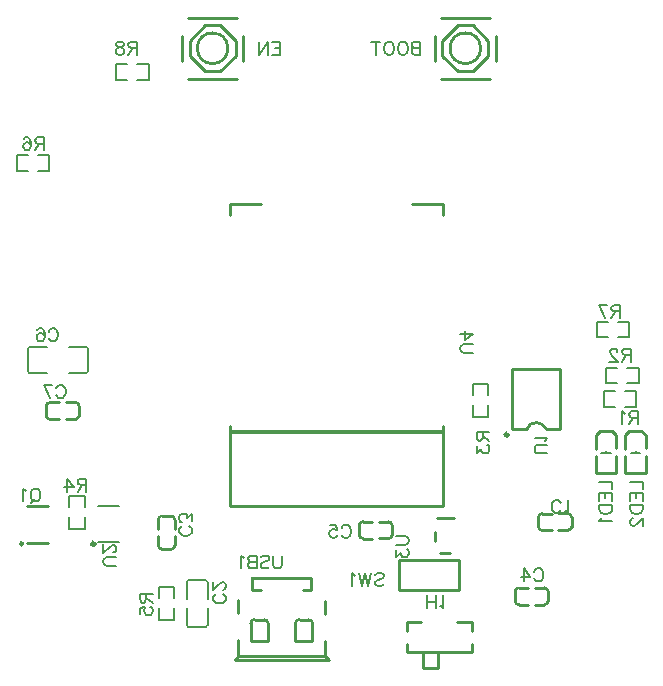
<source format=gbo>
G04 Layer: BottomSilkscreenLayer*
G04 EasyEDA v6.5.42, 2024-04-23 23:59:32*
G04 6f1416cd65ae409284c29a2362dae36f,3bb721cc424b4652afb4738f699644a2,10*
G04 Gerber Generator version 0.2*
G04 Scale: 100 percent, Rotated: No, Reflected: No *
G04 Dimensions in millimeters *
G04 leading zeros omitted , absolute positions ,4 integer and 5 decimal *
%FSLAX45Y45*%
%MOMM*%

%ADD10C,0.1524*%
%ADD11C,0.2540*%
%ADD12C,0.2030*%
%ADD13C,0.3000*%

%LPD*%
D10*
X3500008Y5155318D02*
G01*
X3500008Y5046352D01*
X3500008Y5155318D02*
G01*
X3453272Y5155318D01*
X3437778Y5150238D01*
X3432444Y5144904D01*
X3427364Y5134490D01*
X3427364Y5124076D01*
X3432444Y5113662D01*
X3437778Y5108582D01*
X3453272Y5103502D01*
X3500008Y5103502D02*
G01*
X3453272Y5103502D01*
X3437778Y5098168D01*
X3432444Y5093088D01*
X3427364Y5082674D01*
X3427364Y5066926D01*
X3432444Y5056512D01*
X3437778Y5051432D01*
X3453272Y5046352D01*
X3500008Y5046352D01*
X3361832Y5155318D02*
G01*
X3372246Y5150238D01*
X3382660Y5139824D01*
X3387740Y5129410D01*
X3393074Y5113662D01*
X3393074Y5087754D01*
X3387740Y5072260D01*
X3382660Y5061846D01*
X3372246Y5051432D01*
X3361832Y5046352D01*
X3341004Y5046352D01*
X3330590Y5051432D01*
X3320176Y5061846D01*
X3315096Y5072260D01*
X3309762Y5087754D01*
X3309762Y5113662D01*
X3315096Y5129410D01*
X3320176Y5139824D01*
X3330590Y5150238D01*
X3341004Y5155318D01*
X3361832Y5155318D01*
X3244484Y5155318D02*
G01*
X3254898Y5150238D01*
X3265058Y5139824D01*
X3270392Y5129410D01*
X3275472Y5113662D01*
X3275472Y5087754D01*
X3270392Y5072260D01*
X3265058Y5061846D01*
X3254898Y5051432D01*
X3244484Y5046352D01*
X3223656Y5046352D01*
X3213242Y5051432D01*
X3202828Y5061846D01*
X3197748Y5072260D01*
X3192414Y5087754D01*
X3192414Y5113662D01*
X3197748Y5129410D01*
X3202828Y5139824D01*
X3213242Y5150238D01*
X3223656Y5155318D01*
X3244484Y5155318D01*
X3121802Y5155318D02*
G01*
X3121802Y5046352D01*
X3158124Y5155318D02*
G01*
X3085480Y5155318D01*
X2309990Y5155318D02*
G01*
X2309990Y5046352D01*
X2309990Y5155318D02*
G01*
X2242426Y5155318D01*
X2309990Y5103502D02*
G01*
X2268334Y5103502D01*
X2309990Y5046352D02*
G01*
X2242426Y5046352D01*
X2208136Y5155318D02*
G01*
X2208136Y5046352D01*
X2208136Y5155318D02*
G01*
X2135492Y5046352D01*
X2135492Y5155318D02*
G01*
X2135492Y5046352D01*
X1541005Y1052576D02*
G01*
X1551419Y1047242D01*
X1561833Y1036828D01*
X1566913Y1026668D01*
X1566913Y1005839D01*
X1561833Y995426D01*
X1551419Y985012D01*
X1541005Y979678D01*
X1525257Y974597D01*
X1499349Y974597D01*
X1483855Y979678D01*
X1473441Y985012D01*
X1463027Y995426D01*
X1457947Y1005839D01*
X1457947Y1026668D01*
X1463027Y1036828D01*
X1473441Y1047242D01*
X1483855Y1052576D01*
X1566913Y1097279D02*
G01*
X1566913Y1154429D01*
X1525257Y1123187D01*
X1525257Y1138681D01*
X1520177Y1149095D01*
X1515097Y1154429D01*
X1499349Y1159510D01*
X1488935Y1159510D01*
X1473441Y1154429D01*
X1463027Y1144015D01*
X1457947Y1128268D01*
X1457947Y1112773D01*
X1463027Y1097279D01*
X1468107Y1091945D01*
X1478521Y1086865D01*
X4462005Y669409D02*
G01*
X4467339Y679823D01*
X4477753Y690237D01*
X4487913Y695317D01*
X4508741Y695317D01*
X4519155Y690237D01*
X4529569Y679823D01*
X4534903Y669409D01*
X4539983Y653661D01*
X4539983Y627753D01*
X4534903Y612259D01*
X4529569Y601845D01*
X4519155Y591431D01*
X4508741Y586351D01*
X4487913Y586351D01*
X4477753Y591431D01*
X4467339Y601845D01*
X4462005Y612259D01*
X4375899Y695317D02*
G01*
X4427715Y622673D01*
X4349737Y622673D01*
X4375899Y695317D02*
G01*
X4375899Y586351D01*
X2832016Y1039406D02*
G01*
X2837350Y1049820D01*
X2847764Y1060234D01*
X2857924Y1065314D01*
X2878752Y1065314D01*
X2889166Y1060234D01*
X2899580Y1049820D01*
X2904914Y1039406D01*
X2909994Y1023658D01*
X2909994Y997750D01*
X2904914Y982256D01*
X2899580Y971842D01*
X2889166Y961428D01*
X2878752Y956348D01*
X2857924Y956348D01*
X2847764Y961428D01*
X2837350Y971842D01*
X2832016Y982256D01*
X2735496Y1065314D02*
G01*
X2787312Y1065314D01*
X2792646Y1018578D01*
X2787312Y1023658D01*
X2771818Y1028992D01*
X2756324Y1028992D01*
X2740576Y1023658D01*
X2730162Y1013498D01*
X2725082Y997750D01*
X2725082Y987336D01*
X2730162Y971842D01*
X2740576Y961428D01*
X2756324Y956348D01*
X2771818Y956348D01*
X2787312Y961428D01*
X2792646Y966508D01*
X2797726Y976922D01*
X1826404Y477977D02*
G01*
X1836818Y472643D01*
X1847232Y462229D01*
X1852312Y452069D01*
X1852312Y431241D01*
X1847232Y420827D01*
X1836818Y410413D01*
X1826404Y405079D01*
X1810656Y399999D01*
X1784748Y399999D01*
X1769254Y405079D01*
X1758840Y410413D01*
X1748426Y420827D01*
X1743346Y431241D01*
X1743346Y452069D01*
X1748426Y462229D01*
X1758840Y472643D01*
X1769254Y477977D01*
X1826404Y517347D02*
G01*
X1831484Y517347D01*
X1841898Y522681D01*
X1847232Y527761D01*
X1852312Y538175D01*
X1852312Y559003D01*
X1847232Y569417D01*
X1841898Y574497D01*
X1831484Y579831D01*
X1821070Y579831D01*
X1810656Y574497D01*
X1795162Y564083D01*
X1743346Y512267D01*
X1743346Y584911D01*
X3557292Y359582D02*
G01*
X3557292Y468548D01*
X3629936Y359582D02*
G01*
X3629936Y468548D01*
X3557292Y411398D02*
G01*
X3629936Y411398D01*
X3664226Y380410D02*
G01*
X3674640Y375076D01*
X3690388Y359582D01*
X3690388Y468548D01*
X250372Y1372029D02*
G01*
X260786Y1366949D01*
X271200Y1356535D01*
X276534Y1346121D01*
X281614Y1330373D01*
X281614Y1304465D01*
X276534Y1288971D01*
X271200Y1278557D01*
X260786Y1268143D01*
X250372Y1263063D01*
X229544Y1263063D01*
X219384Y1268143D01*
X208970Y1278557D01*
X203636Y1288971D01*
X198556Y1304465D01*
X198556Y1330373D01*
X203636Y1346121D01*
X208970Y1356535D01*
X219384Y1366949D01*
X229544Y1372029D01*
X250372Y1372029D01*
X234878Y1283637D02*
G01*
X203636Y1252649D01*
X164266Y1351201D02*
G01*
X153852Y1356535D01*
X138104Y1372029D01*
X138104Y1263063D01*
X670008Y1455320D02*
G01*
X670008Y1346354D01*
X670008Y1455320D02*
G01*
X623272Y1455320D01*
X607778Y1450240D01*
X602444Y1444906D01*
X597364Y1434492D01*
X597364Y1424078D01*
X602444Y1413664D01*
X607778Y1408584D01*
X623272Y1403504D01*
X670008Y1403504D01*
X633686Y1403504D02*
G01*
X597364Y1346354D01*
X511004Y1455320D02*
G01*
X563074Y1382676D01*
X485096Y1382676D01*
X511004Y1455320D02*
G01*
X511004Y1346354D01*
X1124668Y479999D02*
G01*
X1233634Y479999D01*
X1124668Y479999D02*
G01*
X1124668Y433263D01*
X1129748Y417769D01*
X1135082Y412435D01*
X1145496Y407355D01*
X1155910Y407355D01*
X1166324Y412435D01*
X1171404Y417769D01*
X1176484Y433263D01*
X1176484Y479999D01*
X1176484Y443677D02*
G01*
X1233634Y407355D01*
X1124668Y310581D02*
G01*
X1124668Y362651D01*
X1171404Y367731D01*
X1166324Y362651D01*
X1160990Y346903D01*
X1160990Y331409D01*
X1166324Y315915D01*
X1176484Y305501D01*
X1192232Y300167D01*
X1202646Y300167D01*
X1218140Y305501D01*
X1228554Y315915D01*
X1233634Y331409D01*
X1233634Y346903D01*
X1228554Y362651D01*
X1223474Y367731D01*
X1213060Y373065D01*
X309996Y4345292D02*
G01*
X309996Y4236326D01*
X309996Y4345292D02*
G01*
X263260Y4345292D01*
X247766Y4340212D01*
X242432Y4334878D01*
X237352Y4324464D01*
X237352Y4314050D01*
X242432Y4303636D01*
X247766Y4298556D01*
X263260Y4293476D01*
X309996Y4293476D01*
X273674Y4293476D02*
G01*
X237352Y4236326D01*
X140578Y4329798D02*
G01*
X145912Y4340212D01*
X161406Y4345292D01*
X171820Y4345292D01*
X187314Y4340212D01*
X197728Y4324464D01*
X203062Y4298556D01*
X203062Y4272648D01*
X197728Y4251820D01*
X187314Y4241406D01*
X171820Y4236326D01*
X166486Y4236326D01*
X150992Y4241406D01*
X140578Y4251820D01*
X135498Y4267314D01*
X135498Y4272648D01*
X140578Y4288142D01*
X150992Y4298556D01*
X166486Y4303636D01*
X171820Y4303636D01*
X187314Y4298556D01*
X197728Y4288142D01*
X203062Y4272648D01*
X5189992Y2925320D02*
G01*
X5189992Y2816354D01*
X5189992Y2925320D02*
G01*
X5143256Y2925320D01*
X5127762Y2920240D01*
X5122428Y2914906D01*
X5117348Y2904492D01*
X5117348Y2894078D01*
X5122428Y2883664D01*
X5127762Y2878584D01*
X5143256Y2873504D01*
X5189992Y2873504D01*
X5153670Y2873504D02*
G01*
X5117348Y2816354D01*
X5010160Y2925320D02*
G01*
X5062230Y2816354D01*
X5083058Y2925320D02*
G01*
X5010160Y2925320D01*
X1100002Y5155313D02*
G01*
X1100002Y5046347D01*
X1100002Y5155313D02*
G01*
X1053266Y5155313D01*
X1037772Y5150233D01*
X1032438Y5144899D01*
X1027358Y5134485D01*
X1027358Y5124071D01*
X1032438Y5113657D01*
X1037772Y5108577D01*
X1053266Y5103497D01*
X1100002Y5103497D01*
X1063680Y5103497D02*
G01*
X1027358Y5046347D01*
X966906Y5155313D02*
G01*
X982654Y5150233D01*
X987734Y5139819D01*
X987734Y5129405D01*
X982654Y5118991D01*
X972240Y5113657D01*
X951412Y5108577D01*
X935918Y5103497D01*
X925504Y5093083D01*
X920170Y5082669D01*
X920170Y5066921D01*
X925504Y5056507D01*
X930584Y5051427D01*
X946332Y5046347D01*
X966906Y5046347D01*
X982654Y5051427D01*
X987734Y5056507D01*
X993068Y5066921D01*
X993068Y5082669D01*
X987734Y5093083D01*
X977320Y5103497D01*
X961826Y5108577D01*
X940998Y5113657D01*
X930584Y5118991D01*
X925504Y5129405D01*
X925504Y5139819D01*
X930584Y5150233D01*
X946332Y5155313D01*
X966906Y5155313D01*
X3117352Y639813D02*
G01*
X3127766Y650227D01*
X3143260Y655307D01*
X3164088Y655307D01*
X3179582Y650227D01*
X3189996Y639813D01*
X3189996Y629399D01*
X3184916Y618985D01*
X3179582Y613651D01*
X3169168Y608571D01*
X3137926Y598157D01*
X3127766Y593077D01*
X3122432Y587743D01*
X3117352Y577329D01*
X3117352Y561835D01*
X3127766Y551421D01*
X3143260Y546341D01*
X3164088Y546341D01*
X3179582Y551421D01*
X3189996Y561835D01*
X3083062Y655307D02*
G01*
X3056900Y546341D01*
X3030992Y655307D02*
G01*
X3056900Y546341D01*
X3030992Y655307D02*
G01*
X3005084Y546341D01*
X2979176Y655307D02*
G01*
X3005084Y546341D01*
X2944886Y634479D02*
G01*
X2934472Y639813D01*
X2918724Y655307D01*
X2918724Y546341D01*
X925306Y720008D02*
G01*
X847328Y720008D01*
X831834Y725088D01*
X821420Y735502D01*
X816340Y751250D01*
X816340Y761664D01*
X821420Y777158D01*
X831834Y787572D01*
X847328Y792652D01*
X925306Y792652D01*
X899398Y832276D02*
G01*
X904478Y832276D01*
X914892Y837356D01*
X920226Y842690D01*
X925306Y853104D01*
X925306Y873678D01*
X920226Y884092D01*
X914892Y889426D01*
X904478Y894506D01*
X894064Y894506D01*
X883650Y889426D01*
X868156Y879012D01*
X816340Y826942D01*
X816340Y899840D01*
X3294679Y969990D02*
G01*
X3372657Y969990D01*
X3388151Y964910D01*
X3398565Y954496D01*
X3403645Y938748D01*
X3403645Y928334D01*
X3398565Y912840D01*
X3388151Y902426D01*
X3372657Y897346D01*
X3294679Y897346D01*
X3294679Y852642D02*
G01*
X3294679Y795492D01*
X3336335Y826480D01*
X3336335Y810986D01*
X3341415Y800572D01*
X3346495Y795492D01*
X3362243Y790158D01*
X3372657Y790158D01*
X3388151Y795492D01*
X3398565Y805906D01*
X3403645Y821400D01*
X3403645Y836894D01*
X3398565Y852642D01*
X3393485Y857722D01*
X3383071Y863056D01*
X2326002Y805304D02*
G01*
X2326002Y727326D01*
X2320922Y711832D01*
X2310508Y701418D01*
X2294760Y696338D01*
X2284346Y696338D01*
X2268852Y701418D01*
X2258438Y711832D01*
X2253358Y727326D01*
X2253358Y805304D01*
X2146170Y789810D02*
G01*
X2156584Y800224D01*
X2172332Y805304D01*
X2192906Y805304D01*
X2208654Y800224D01*
X2219068Y789810D01*
X2219068Y779396D01*
X2213734Y768982D01*
X2208654Y763648D01*
X2198240Y758568D01*
X2166998Y748154D01*
X2156584Y743074D01*
X2151504Y737740D01*
X2146170Y727326D01*
X2146170Y711832D01*
X2156584Y701418D01*
X2172332Y696338D01*
X2192906Y696338D01*
X2208654Y701418D01*
X2219068Y711832D01*
X2111880Y805304D02*
G01*
X2111880Y696338D01*
X2111880Y805304D02*
G01*
X2065144Y805304D01*
X2049650Y800224D01*
X2044316Y794890D01*
X2039236Y784476D01*
X2039236Y774062D01*
X2044316Y763648D01*
X2049650Y758568D01*
X2065144Y753488D01*
X2111880Y753488D02*
G01*
X2065144Y753488D01*
X2049650Y748154D01*
X2044316Y743074D01*
X2039236Y732660D01*
X2039236Y716912D01*
X2044316Y706498D01*
X2049650Y701418D01*
X2065144Y696338D01*
X2111880Y696338D01*
X2004946Y784476D02*
G01*
X1994532Y789810D01*
X1979038Y805304D01*
X1979038Y696338D01*
X4687968Y1190589D02*
G01*
X4682634Y1180175D01*
X4672220Y1169761D01*
X4662060Y1164681D01*
X4641232Y1164681D01*
X4630818Y1169761D01*
X4620404Y1180175D01*
X4615070Y1190589D01*
X4609990Y1206337D01*
X4609990Y1232245D01*
X4615070Y1247739D01*
X4620404Y1258153D01*
X4630818Y1268567D01*
X4641232Y1273647D01*
X4662060Y1273647D01*
X4672220Y1268567D01*
X4682634Y1258153D01*
X4687968Y1247739D01*
X4722258Y1185509D02*
G01*
X4732672Y1180175D01*
X4748166Y1164681D01*
X4748166Y1273647D01*
X417421Y2221003D02*
G01*
X422755Y2231417D01*
X433169Y2241831D01*
X443329Y2246911D01*
X464157Y2246911D01*
X474571Y2241831D01*
X484985Y2231417D01*
X490319Y2221003D01*
X495399Y2205255D01*
X495399Y2179347D01*
X490319Y2163853D01*
X484985Y2153439D01*
X474571Y2143025D01*
X464157Y2137945D01*
X443329Y2137945D01*
X433169Y2143025D01*
X422755Y2153439D01*
X417421Y2163853D01*
X310487Y2246911D02*
G01*
X362303Y2137945D01*
X383131Y2246911D02*
G01*
X310487Y2246911D01*
X352021Y2701803D02*
G01*
X357355Y2712217D01*
X367769Y2722631D01*
X377929Y2727711D01*
X398757Y2727711D01*
X409171Y2722631D01*
X419585Y2712217D01*
X424919Y2701803D01*
X429999Y2686055D01*
X429999Y2660147D01*
X424919Y2644653D01*
X419585Y2634239D01*
X409171Y2623825D01*
X398757Y2618745D01*
X377929Y2618745D01*
X367769Y2623825D01*
X357355Y2634239D01*
X352021Y2644653D01*
X255501Y2712217D02*
G01*
X260581Y2722631D01*
X276329Y2727711D01*
X286489Y2727711D01*
X302237Y2722631D01*
X312651Y2706883D01*
X317731Y2680975D01*
X317731Y2655067D01*
X312651Y2634239D01*
X302237Y2623825D01*
X286489Y2618745D01*
X281409Y2618745D01*
X265915Y2623825D01*
X255501Y2634239D01*
X250167Y2649733D01*
X250167Y2655067D01*
X255501Y2670561D01*
X265915Y2680975D01*
X281409Y2686055D01*
X286489Y2686055D01*
X302237Y2680975D01*
X312651Y2670561D01*
X317731Y2655067D01*
X5014676Y1429986D02*
G01*
X5123642Y1429986D01*
X5123642Y1429986D02*
G01*
X5123642Y1367756D01*
X5014676Y1333466D02*
G01*
X5123642Y1333466D01*
X5014676Y1333466D02*
G01*
X5014676Y1265902D01*
X5066492Y1333466D02*
G01*
X5066492Y1291810D01*
X5123642Y1333466D02*
G01*
X5123642Y1265902D01*
X5014676Y1231612D02*
G01*
X5123642Y1231612D01*
X5014676Y1231612D02*
G01*
X5014676Y1195036D01*
X5019756Y1179542D01*
X5030170Y1169128D01*
X5040584Y1164048D01*
X5056332Y1158714D01*
X5082240Y1158714D01*
X5097734Y1164048D01*
X5108148Y1169128D01*
X5118562Y1179542D01*
X5123642Y1195036D01*
X5123642Y1231612D01*
X5035504Y1124424D02*
G01*
X5030170Y1114010D01*
X5014676Y1098516D01*
X5123642Y1098516D01*
X5274678Y1429986D02*
G01*
X5383644Y1429986D01*
X5383644Y1429986D02*
G01*
X5383644Y1367756D01*
X5274678Y1333466D02*
G01*
X5383644Y1333466D01*
X5274678Y1333466D02*
G01*
X5274678Y1265902D01*
X5326494Y1333466D02*
G01*
X5326494Y1291810D01*
X5383644Y1333466D02*
G01*
X5383644Y1265902D01*
X5274678Y1231612D02*
G01*
X5383644Y1231612D01*
X5274678Y1231612D02*
G01*
X5274678Y1195036D01*
X5279758Y1179542D01*
X5290172Y1169128D01*
X5300586Y1164048D01*
X5316334Y1158714D01*
X5342242Y1158714D01*
X5357736Y1164048D01*
X5368150Y1169128D01*
X5378564Y1179542D01*
X5383644Y1195036D01*
X5383644Y1231612D01*
X5300586Y1119344D02*
G01*
X5295506Y1119344D01*
X5285092Y1114010D01*
X5279758Y1108930D01*
X5274678Y1098516D01*
X5274678Y1077688D01*
X5279758Y1067274D01*
X5285092Y1062194D01*
X5295506Y1056860D01*
X5305920Y1056860D01*
X5316334Y1062194D01*
X5331828Y1072608D01*
X5383644Y1124424D01*
X5383644Y1051780D01*
X5339974Y2025304D02*
G01*
X5339974Y1916338D01*
X5339974Y2025304D02*
G01*
X5293238Y2025304D01*
X5277744Y2020224D01*
X5272410Y2014890D01*
X5267330Y2004476D01*
X5267330Y1994062D01*
X5272410Y1983648D01*
X5277744Y1978568D01*
X5293238Y1973488D01*
X5339974Y1973488D01*
X5303652Y1973488D02*
G01*
X5267330Y1916338D01*
X5233040Y2004476D02*
G01*
X5222626Y2009810D01*
X5206878Y2025304D01*
X5206878Y1916338D01*
X5280002Y2555321D02*
G01*
X5280002Y2446355D01*
X5280002Y2555321D02*
G01*
X5233266Y2555321D01*
X5217772Y2550241D01*
X5212438Y2544907D01*
X5207358Y2534493D01*
X5207358Y2524079D01*
X5212438Y2513665D01*
X5217772Y2508585D01*
X5233266Y2503505D01*
X5280002Y2503505D01*
X5243680Y2503505D02*
G01*
X5207358Y2446355D01*
X5167734Y2529413D02*
G01*
X5167734Y2534493D01*
X5162654Y2544907D01*
X5157320Y2550241D01*
X5146906Y2555321D01*
X5126332Y2555321D01*
X5115918Y2550241D01*
X5110584Y2544907D01*
X5105504Y2534493D01*
X5105504Y2524079D01*
X5110584Y2513665D01*
X5120998Y2498171D01*
X5173068Y2446355D01*
X5100170Y2446355D01*
X3974673Y1849996D02*
G01*
X4083639Y1849996D01*
X3974673Y1849996D02*
G01*
X3974673Y1803260D01*
X3979753Y1787766D01*
X3985087Y1782432D01*
X3995501Y1777352D01*
X4005915Y1777352D01*
X4016329Y1782432D01*
X4021409Y1787766D01*
X4026489Y1803260D01*
X4026489Y1849996D01*
X4026489Y1813674D02*
G01*
X4083639Y1777352D01*
X3974673Y1732648D02*
G01*
X3974673Y1675498D01*
X4016329Y1706486D01*
X4016329Y1690992D01*
X4021409Y1680578D01*
X4026489Y1675498D01*
X4042237Y1670164D01*
X4052651Y1670164D01*
X4068145Y1675498D01*
X4078559Y1685912D01*
X4083639Y1701406D01*
X4083639Y1716900D01*
X4078559Y1732648D01*
X4073479Y1737728D01*
X4063065Y1743062D01*
X4575307Y1669996D02*
G01*
X4497329Y1669996D01*
X4481835Y1675076D01*
X4471421Y1685490D01*
X4466341Y1701238D01*
X4466341Y1711652D01*
X4471421Y1727146D01*
X4481835Y1737560D01*
X4497329Y1742640D01*
X4575307Y1742640D01*
X4554479Y1776930D02*
G01*
X4559813Y1787344D01*
X4575307Y1803092D01*
X4466341Y1803092D01*
X3947764Y2523220D02*
G01*
X3869786Y2523220D01*
X3854292Y2528300D01*
X3843878Y2538714D01*
X3838798Y2554462D01*
X3838798Y2564876D01*
X3843878Y2580370D01*
X3854292Y2590784D01*
X3869786Y2595864D01*
X3947764Y2595864D01*
X3947764Y2682224D02*
G01*
X3875120Y2630154D01*
X3875120Y2708132D01*
X3947764Y2682224D02*
G01*
X3838798Y2682224D01*
D11*
X4088665Y5360001D02*
G01*
X3671323Y5360001D01*
X3619992Y5206888D02*
G01*
X3619992Y4993116D01*
X3671323Y4840003D02*
G01*
X4088660Y4840003D01*
X4139991Y4993116D02*
G01*
X4139991Y5206888D01*
X4074993Y5165003D02*
G01*
X3944993Y5295003D01*
X3814991Y5295003D01*
X3684991Y5165003D01*
X3684991Y5035001D01*
X3814991Y4905001D01*
X3944993Y4905001D01*
X4074993Y5035001D01*
X4074993Y5165003D01*
X1948670Y5360001D02*
G01*
X1531327Y5360001D01*
X1479997Y5206888D02*
G01*
X1479997Y4993116D01*
X1531327Y4840003D02*
G01*
X1948665Y4840003D01*
X1999995Y4993116D02*
G01*
X1999995Y5206888D01*
X1934997Y5165003D02*
G01*
X1804997Y5295003D01*
X1674995Y5295003D01*
X1544995Y5165003D01*
X1544995Y5035001D01*
X1674995Y4905001D01*
X1804997Y4905001D01*
X1934997Y5035001D01*
X1934997Y5165003D01*
X1389974Y1138999D02*
G01*
X1309971Y1138999D01*
X1420959Y1028024D02*
G01*
X1420959Y1108021D01*
X1278994Y1028024D02*
G01*
X1278994Y1108021D01*
X1421541Y970434D02*
G01*
X1421541Y890435D01*
X1390558Y859452D02*
G01*
X1310561Y859452D01*
X1279580Y970434D02*
G01*
X1279580Y890435D01*
X4300989Y499976D02*
G01*
X4300989Y419973D01*
X4411964Y530961D02*
G01*
X4331967Y530961D01*
X4411964Y388995D02*
G01*
X4331967Y388995D01*
X4469554Y531543D02*
G01*
X4549554Y531543D01*
X4580536Y500560D02*
G01*
X4580536Y420563D01*
X4469554Y389582D02*
G01*
X4549554Y389582D01*
X2980992Y1059975D02*
G01*
X2980992Y979972D01*
X3091967Y1090960D02*
G01*
X3011970Y1090960D01*
X3091967Y948994D02*
G01*
X3011970Y948994D01*
X3149556Y1091542D02*
G01*
X3229556Y1091542D01*
X3260539Y1060559D02*
G01*
X3260539Y980561D01*
X3149556Y949581D02*
G01*
X3229556Y949581D01*
D10*
X1700357Y581118D02*
G01*
X1700357Y440118D01*
X1519636Y440118D02*
G01*
X1519636Y581118D01*
X1534876Y596358D02*
G01*
X1685117Y596358D01*
X1700357Y218879D02*
G01*
X1700357Y359879D01*
X1519636Y359879D02*
G01*
X1519636Y218879D01*
X1534876Y203639D02*
G01*
X1685117Y203639D01*
D11*
X3315992Y512998D02*
G01*
X3823992Y512998D01*
X3823992Y766998D01*
X3315992Y766998D01*
X3315992Y512998D01*
X349999Y1224988D02*
G01*
X169997Y1224988D01*
X349999Y914986D02*
G01*
X169997Y914986D01*
D10*
X656059Y1127376D02*
G01*
X656059Y1031488D01*
X523938Y1031488D01*
X523938Y1127376D01*
X656059Y1212618D02*
G01*
X656059Y1308506D01*
X523938Y1308506D01*
X523938Y1212618D01*
X1416057Y357378D02*
G01*
X1416057Y261490D01*
X1283936Y261490D01*
X1283936Y357378D01*
X1416057Y442620D02*
G01*
X1416057Y538507D01*
X1283936Y538507D01*
X1283936Y442620D01*
X262620Y4196052D02*
G01*
X358508Y4196052D01*
X358508Y4063931D01*
X262620Y4063931D01*
X177378Y4196052D02*
G01*
X81490Y4196052D01*
X81490Y4063931D01*
X177378Y4063931D01*
X5087368Y2653934D02*
G01*
X4991481Y2653934D01*
X4991481Y2786054D01*
X5087368Y2786054D01*
X5172610Y2653934D02*
G01*
X5268498Y2653934D01*
X5268498Y2786054D01*
X5172610Y2786054D01*
X1017376Y4833929D02*
G01*
X921489Y4833929D01*
X921489Y4966050D01*
X1017376Y4966050D01*
X1102619Y4833929D02*
G01*
X1198506Y4833929D01*
X1198506Y4966050D01*
X1102619Y4966050D01*
D11*
X3647292Y-135760D02*
G01*
X3647292Y-148460D01*
X3520292Y-148460D01*
X3520292Y-8760D01*
X3647292Y-135709D02*
G01*
X3647292Y-8760D01*
X3799692Y-8760D02*
G01*
X3520292Y-8760D01*
X3384989Y-8760D02*
G01*
X3384989Y52626D01*
X3384989Y168854D02*
G01*
X3384989Y245239D01*
X3934995Y-8760D02*
G01*
X3934995Y52623D01*
X3934995Y168854D02*
G01*
X3934995Y245239D01*
X3813106Y245239D01*
X3506878Y245239D02*
G01*
X3384989Y245239D01*
X3799692Y-8760D02*
G01*
X3934995Y-8760D01*
X3520292Y-8760D02*
G01*
X3384989Y-8760D01*
D10*
X771077Y1223916D02*
G01*
X948918Y1223916D01*
X771077Y916078D02*
G01*
X948918Y916078D01*
D11*
X3640142Y1122398D02*
G01*
X3779842Y1122398D01*
X3667752Y830298D02*
G01*
X3752230Y830298D01*
X3621092Y1008098D02*
G01*
X3621092Y931898D01*
X1956003Y317820D02*
G01*
X1956003Y427156D01*
X1956003Y-47503D02*
G01*
X1956003Y87152D01*
X2696001Y310812D02*
G01*
X2696001Y419999D01*
X2696001Y-47503D02*
G01*
X2696001Y84203D01*
X2696004Y-47500D02*
G01*
X1956003Y-47503D01*
X2696001Y-47503D02*
G01*
X2726001Y-77503D01*
X1926003Y-77503D01*
X1956003Y-47503D02*
G01*
X1926003Y-77503D01*
X2576001Y612498D02*
G01*
X2576001Y512495D01*
X2506002Y512495D01*
X2076002Y612498D02*
G01*
X2076002Y512495D01*
X2146002Y512495D01*
X2586001Y82496D02*
G01*
X2586001Y232496D01*
X2556002Y262496D02*
G01*
X2476002Y262496D01*
X2441003Y82496D02*
G01*
X2441003Y232496D01*
X2586001Y82496D02*
G01*
X2446002Y82496D01*
X2208502Y82496D02*
G01*
X2208502Y232496D01*
X2178502Y262496D02*
G01*
X2098502Y262496D01*
X2063503Y82496D02*
G01*
X2063503Y232496D01*
X2208502Y82496D02*
G01*
X2068502Y82496D01*
X2576001Y612498D02*
G01*
X2076002Y612498D01*
X4778992Y1050020D02*
G01*
X4778992Y1130023D01*
X4668017Y1019035D02*
G01*
X4748014Y1019035D01*
X4668017Y1161000D02*
G01*
X4748014Y1161000D01*
X4610427Y1018453D02*
G01*
X4530427Y1018453D01*
X4499444Y1049436D02*
G01*
X4499444Y1129433D01*
X4610427Y1160414D02*
G01*
X4530427Y1160414D01*
X330997Y2069972D02*
G01*
X330997Y1989970D01*
X441972Y2100958D02*
G01*
X361975Y2100958D01*
X441972Y1958992D02*
G01*
X361975Y1958992D01*
X499562Y2101540D02*
G01*
X579561Y2101540D01*
X610544Y2070557D02*
G01*
X610544Y1990559D01*
X499562Y1959579D02*
G01*
X579561Y1959579D01*
D10*
X188879Y2569255D02*
G01*
X337378Y2569255D01*
X337378Y2350734D02*
G01*
X188879Y2350734D01*
X173639Y2365974D02*
G01*
X173639Y2554015D01*
X671118Y2569255D02*
G01*
X522620Y2569255D01*
X522620Y2350734D02*
G01*
X671118Y2350734D01*
X686358Y2365974D02*
G01*
X686358Y2554015D01*
D11*
X5156349Y1503466D02*
G01*
X4983629Y1503466D01*
X4983629Y1503466D02*
G01*
X4983629Y1650786D01*
X5156349Y1503466D02*
G01*
X5156349Y1650786D01*
X4983629Y1709206D02*
G01*
X4983629Y1826046D01*
X5156349Y1711746D02*
G01*
X5156349Y1826046D01*
X5156349Y1826046D02*
G01*
X5120789Y1861606D01*
X5019189Y1861606D01*
X4983629Y1826046D01*
D12*
X5110629Y1672376D02*
G01*
X5031889Y1672376D01*
X5070784Y1672376D02*
G01*
X5070784Y1689912D01*
D11*
X5406349Y1503466D02*
G01*
X5233629Y1503466D01*
X5233629Y1503466D02*
G01*
X5233629Y1650786D01*
X5406349Y1503466D02*
G01*
X5406349Y1650786D01*
X5233629Y1709206D02*
G01*
X5233629Y1826046D01*
X5406349Y1711746D02*
G01*
X5406349Y1826046D01*
X5406349Y1826046D02*
G01*
X5370789Y1861606D01*
X5269189Y1861606D01*
X5233629Y1826046D01*
D12*
X5360629Y1672376D02*
G01*
X5281889Y1672376D01*
X5320784Y1672376D02*
G01*
X5320784Y1689912D01*
D10*
X5232610Y2196056D02*
G01*
X5328498Y2196056D01*
X5328498Y2063935D01*
X5232610Y2063935D01*
X5147368Y2196056D02*
G01*
X5051480Y2196056D01*
X5051480Y2063935D01*
X5147368Y2063935D01*
X5252610Y2396055D02*
G01*
X5348498Y2396055D01*
X5348498Y2263935D01*
X5252610Y2263935D01*
X5167368Y2396055D02*
G01*
X5071480Y2396055D01*
X5071480Y2263935D01*
X5167368Y2263935D01*
X4076052Y2077374D02*
G01*
X4076052Y1981487D01*
X3943931Y1981487D01*
X3943931Y2077374D01*
X4076052Y2162616D02*
G01*
X4076052Y2258504D01*
X3943931Y2258504D01*
X3943931Y2162616D01*
D11*
X4684994Y1875005D02*
G01*
X4684994Y2385011D01*
X4684994Y2384986D02*
G01*
X4274987Y2384986D01*
X4274987Y2384986D02*
G01*
X4274987Y1874979D01*
X4560001Y1875005D02*
G01*
X4684994Y1875005D01*
X4399981Y1875005D02*
G01*
X4274987Y1875005D01*
X3429614Y3782077D02*
G01*
X3691699Y3782077D01*
X3691699Y3687589D01*
X1888299Y3687589D02*
G01*
X1888299Y3782077D01*
X2150386Y3782077D01*
X1888299Y1854182D02*
G01*
X1888299Y1900361D01*
X3691699Y1900361D02*
G01*
X3691699Y1854182D01*
X1888299Y1854182D01*
X3690005Y1226474D02*
G01*
X3690005Y1856470D01*
X1890008Y1856470D01*
X1890008Y1226474D01*
X3690005Y1226474D01*
G75*
G01*
X1390559Y859447D02*
G03*
X1421541Y890430I0J30983D01*
G75*
G01*
X1279576Y890430D02*
G03*
X1310561Y859447I30983J0D01*
G75*
G01*
X1420960Y1108017D02*
G03*
X1389974Y1139000I-30983J0D01*
G75*
G01*
X1309977Y1139000D02*
G03*
X1278994Y1108017I0J-30983D01*
G75*
G01*
X4580542Y500560D02*
G03*
X4549559Y531543I-30983J0D01*
G75*
G01*
X4549559Y389578D02*
G03*
X4580542Y420563I0J30982D01*
G75*
G01*
X4331973Y530962D02*
G03*
X4300990Y499976I0J-30983D01*
G75*
G01*
X4300990Y419979D02*
G03*
X4331973Y388996I30983J0D01*
G75*
G01*
X3260545Y1060559D02*
G03*
X3229562Y1091542I-30983J0D01*
G75*
G01*
X3229562Y949576D02*
G03*
X3260545Y980562I0J30983D01*
G75*
G01*
X3011975Y1090960D02*
G03*
X2980992Y1059975I0J-30982D01*
G75*
G01*
X2980992Y979978D02*
G03*
X3011975Y948995I30983J0D01*
D10*
G75*
G01*
X1519636Y581119D02*
G02*
X1534876Y596359I15240J0D01*
G75*
G01*
X1685117Y596359D02*
G02*
X1700357Y581119I0J-15240D01*
G75*
G01*
X1519636Y218879D02*
G03*
X1534876Y203639I15240J0D01*
G75*
G01*
X1685117Y203639D02*
G03*
X1700357Y218879I0J15240D01*
D11*
G75*
G01*
X2586002Y232496D02*
G03*
X2556002Y262496I-30000J0D01*
G75*
G01*
X2441003Y232496D02*
G02*
X2471003Y262496I30000J0D01*
G75*
G01*
X2208502Y232496D02*
G03*
X2178502Y262496I-30000J0D01*
G75*
G01*
X2063504Y232496D02*
G02*
X2093504Y262496I30000J0D01*
G75*
G01*
X2076003Y612498D02*
G02*
X2073501Y609996I-2502J0D01*
G75*
G01*
X4499440Y1049437D02*
G03*
X4530423Y1018454I30983J0D01*
G75*
G01*
X4530423Y1160419D02*
G03*
X4499440Y1129434I0J-30983D01*
G75*
G01*
X4748009Y1019035D02*
G03*
X4778992Y1050021I0J30983D01*
G75*
G01*
X4778992Y1130018D02*
G03*
X4748009Y1161001I-30983J0D01*
G75*
G01*
X610550Y2070557D02*
G03*
X579567Y2101540I-30983J0D01*
G75*
G01*
X579567Y1959574D02*
G03*
X610550Y1990560I0J30983D01*
G75*
G01*
X361980Y2100958D02*
G03*
X330998Y2069973I0J-30982D01*
G75*
G01*
X330998Y1989976D02*
G03*
X361980Y1958993I30982J0D01*
D10*
G75*
G01*
X188879Y2350734D02*
G02*
X173639Y2365974I0J15240D01*
G75*
G01*
X173639Y2554016D02*
G02*
X188879Y2569256I15240J0D01*
G75*
G01*
X671119Y2350734D02*
G03*
X686359Y2365974I0J15240D01*
G75*
G01*
X686359Y2554016D02*
G03*
X671119Y2569256I-15240J0D01*
D11*
G75*
G01*
X4560001Y1880009D02*
G03*
X4399981Y1880009I-80010J-37529D01*
G75*
G01
X4009974Y5099990D02*
G03X4009974Y5099990I-129997J0D01*
G75*
G01
X1869999Y5099990D02*
G03X1869999Y5099990I-129997J0D01*
G75*
G01
X132994Y904900D02*
G03X132994Y904900I-12700J0D01*
D13*
G75*
G01
X744855Y903173D02*
G03X744855Y903173I-15011J0D01*
D11*
G75*
G01
X4247007Y1827022D02*
G03X4247007Y1827022I-17018J0D01*
M02*

</source>
